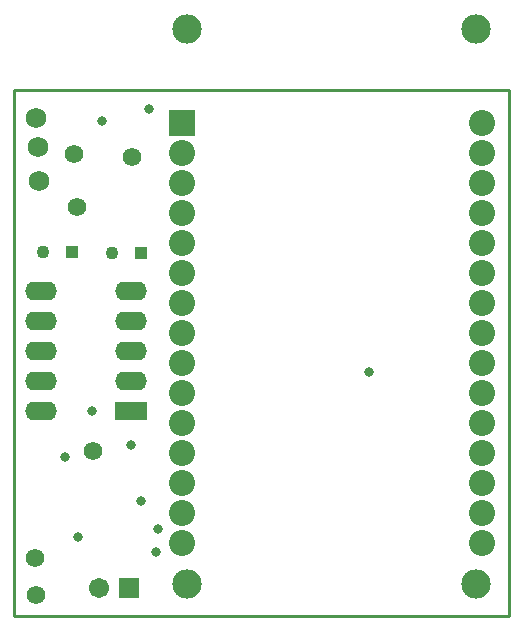
<source format=gbs>
G04*
G04 #@! TF.GenerationSoftware,Altium Limited,Altium Designer,20.0.2 (26)*
G04*
G04 Layer_Color=16711935*
%FSLAX44Y44*%
%MOMM*%
G71*
G01*
G75*
%ADD14C,0.2540*%
%ADD25R,1.7032X1.7032*%
%ADD26C,1.7032*%
%ADD27C,1.1000*%
%ADD28R,1.1000X1.1000*%
%ADD29C,1.5700*%
%ADD30R,2.2032X2.2032*%
%ADD31C,2.2032*%
%ADD32C,2.4920*%
%ADD33O,2.7032X1.6032*%
%ADD34R,2.7032X1.6032*%
%ADD35C,1.7272*%
%ADD36C,0.8032*%
D14*
X419100Y829310D02*
Y1275080D01*
X838200D01*
X838200Y829310D01*
X419100D02*
X838200D01*
D25*
X516890Y853440D02*
D03*
D26*
X491490D02*
D03*
D27*
X443430Y1137920D02*
D03*
X501850Y1136650D02*
D03*
D28*
X468430Y1137920D02*
D03*
X526850Y1136650D02*
D03*
D29*
X436880Y878840D02*
D03*
X438150Y847090D02*
D03*
X469900Y1220470D02*
D03*
X486410Y969010D02*
D03*
X472440Y1176020D02*
D03*
X519430Y1217930D02*
D03*
D30*
X561010Y1246880D02*
D03*
D31*
Y1221480D02*
D03*
Y1196080D02*
D03*
Y1170680D02*
D03*
Y1145280D02*
D03*
Y1119880D02*
D03*
Y1094480D02*
D03*
Y1069080D02*
D03*
Y1043680D02*
D03*
Y1018280D02*
D03*
Y992880D02*
D03*
Y967480D02*
D03*
Y942080D02*
D03*
Y916680D02*
D03*
Y891280D02*
D03*
X815010Y1246880D02*
D03*
Y1221480D02*
D03*
Y1196080D02*
D03*
Y1170680D02*
D03*
Y1145280D02*
D03*
Y1119880D02*
D03*
Y1094480D02*
D03*
Y1069080D02*
D03*
Y1043680D02*
D03*
Y1018280D02*
D03*
Y992880D02*
D03*
Y967480D02*
D03*
Y942080D02*
D03*
Y916680D02*
D03*
Y891280D02*
D03*
D32*
X565210Y856980D02*
D03*
X810310D02*
D03*
Y1326480D02*
D03*
X565210D02*
D03*
D33*
X441960Y1104900D02*
D03*
Y1079500D02*
D03*
Y1054100D02*
D03*
Y1028700D02*
D03*
Y1003300D02*
D03*
X518160Y1104900D02*
D03*
Y1079500D02*
D03*
Y1054100D02*
D03*
Y1028700D02*
D03*
D34*
Y1003300D02*
D03*
D35*
X440690Y1197610D02*
D03*
X438150Y1250950D02*
D03*
X439420Y1226820D02*
D03*
D36*
X720090Y1036320D02*
D03*
X533400Y1258570D02*
D03*
X494030Y1248410D02*
D03*
X485140Y1003300D02*
D03*
X527050Y927100D02*
D03*
X462280Y963930D02*
D03*
X518160Y974090D02*
D03*
X473710Y896620D02*
D03*
X541020Y902970D02*
D03*
X539750Y883920D02*
D03*
M02*

</source>
